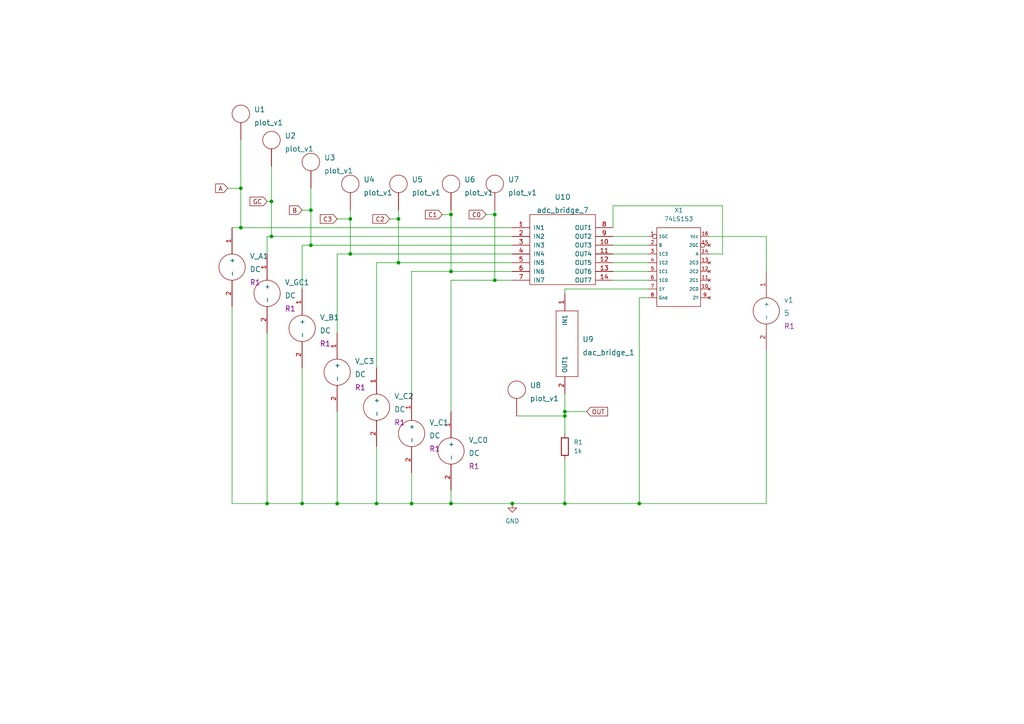
<source format=kicad_sch>
(kicad_sch (version 20211123) (generator eeschema)
  (paper "A4")
  (lib_symbols
    (symbol "DC_1" (pin_names (offset 1.016))
      (property "Reference" "v1" (at 5.08 3.175 0))
      (property "Value" "DC_1" (at 5.08 -0.635 0))
      (property "Footprint" "R1" (at 5.08 -4.445 0))
      (symbol "DC_1_0_1"
        (circle (center 0 0) (radius 3.81))
      )
      (symbol "DC_1_1_1"
        (pin power_out line (at 0 11.43 270) (length 7.62) (name "+") (number "1"))
        (pin power_in line (at 0 -11.43 90) (length 7.62) (name "-") (number "2"))
      )
    )
    (symbol "DC_2" (pin_names (offset 1.016))
      (property "Reference" "V_C0" (at 5.08 3.175 0))
      (property "Value" "DC_2" (at 5.08 -0.635 0))
      (property "Footprint" "R1" (at 5.08 -4.445 0))
      (symbol "DC_2_0_1"
        (circle (center 0 0) (radius 3.81))
      )
      (symbol "DC_2_1_1"
        (pin power_out line (at 0 11.43 270) (length 7.62) (name "+") (number "1"))
        (pin power_in line (at 0 -11.43 90) (length 7.62) (name "-") (number "2"))
      )
    )
    (symbol "DC_3" (pin_names (offset 1.016))
      (property "Reference" "V_C1" (at 5.08 3.175 0))
      (property "Value" "DC_3" (at 5.08 -0.635 0))
      (property "Footprint" "R1" (at 5.08 -4.445 0))
      (symbol "DC_3_0_1"
        (circle (center 0 0) (radius 3.81))
      )
      (symbol "DC_3_1_1"
        (pin power_out line (at 0 11.43 270) (length 7.62) (name "+") (number "1"))
        (pin power_in line (at 0 -11.43 90) (length 7.62) (name "-") (number "2"))
      )
    )
    (symbol "DC_4" (pin_names (offset 1.016))
      (property "Reference" "V_C2" (at 5.08 3.175 0))
      (property "Value" "DC_4" (at 5.08 -0.635 0))
      (property "Footprint" "R1" (at 5.08 -4.445 0))
      (symbol "DC_4_0_1"
        (circle (center 0 0) (radius 3.81))
      )
      (symbol "DC_4_1_1"
        (pin power_out line (at 0 11.43 270) (length 7.62) (name "+") (number "1"))
        (pin power_in line (at 0 -11.43 90) (length 7.62) (name "-") (number "2"))
      )
    )
    (symbol "DC_5" (pin_names (offset 1.016))
      (property "Reference" "V_C3" (at 5.08 3.175 0))
      (property "Value" "DC_5" (at 5.08 -0.635 0))
      (property "Footprint" "R1" (at 5.08 -4.445 0))
      (symbol "DC_5_0_1"
        (circle (center 0 0) (radius 3.81))
      )
      (symbol "DC_5_1_1"
        (pin power_out line (at 0 11.43 270) (length 7.62) (name "+") (number "1"))
        (pin power_in line (at 0 -11.43 90) (length 7.62) (name "-") (number "2"))
      )
    )
    (symbol "DC_6" (pin_names (offset 1.016))
      (property "Reference" "V_B1" (at 5.08 3.175 0))
      (property "Value" "DC_6" (at 5.08 -0.635 0))
      (property "Footprint" "R1" (at 5.08 -4.445 0))
      (symbol "DC_6_0_1"
        (circle (center 0 0) (radius 3.81))
      )
      (symbol "DC_6_1_1"
        (pin power_out line (at 0 11.43 270) (length 7.62) (name "+") (number "1"))
        (pin power_in line (at 0 -11.43 90) (length 7.62) (name "-") (number "2"))
      )
    )
    (symbol "DC_7" (pin_names (offset 1.016))
      (property "Reference" "V_GC1" (at 5.08 3.175 0))
      (property "Value" "DC_7" (at 5.08 -0.635 0))
      (property "Footprint" "R1" (at 5.08 -4.445 0))
      (symbol "DC_7_0_1"
        (circle (center 0 0) (radius 3.81))
      )
      (symbol "DC_7_1_1"
        (pin power_out line (at 0 11.43 270) (length 7.62) (name "+") (number "1"))
        (pin power_in line (at 0 -11.43 90) (length 7.62) (name "-") (number "2"))
      )
    )
    (symbol "eSim_Devices:resistor" (pin_numbers hide) (pin_names (offset 0))
      (property "Reference" "R" (at 1.27 3.302 0))
      (property "Value" "resistor" (at 1.27 -1.27 0))
      (symbol "resistor_0_1"
        (rectangle (start 3.81 0.254) (end -1.27 2.286) (stroke (width 0.254)))
      )
      (symbol "resistor_1_1"
        (pin passive line (at -2.54 1.27 0) (length 1.27) (name "~") (number "1"))
        (pin passive line (at 5.08 1.27 180) (length 1.27) (name "~") (number "2"))
      )
    )
    (symbol "eSim_Hybrid:adc_bridge_7" (pin_names (offset 1.016))
      (property "Reference" "U" (at 0 0 0))
      (property "Value" "adc_bridge_7" (at 0 3.81 0))
      (symbol "adc_bridge_7_0_1"
        (rectangle (start -10.16 5.08) (end 8.89 -15.24))
      )
      (symbol "adc_bridge_7_1_1"
        (pin input line (at -15.24 1.27 0) (length 5.08) (name "IN1") (number "1"))
        (pin output line (at 13.97 -3.81 180) (length 5.08) (name "OUT3") (number "10"))
        (pin output line (at 13.97 -6.35 180) (length 5.08) (name "OUT4") (number "11"))
        (pin output line (at 13.97 -8.89 180) (length 5.08) (name "OUT5") (number "12"))
        (pin output line (at 13.97 -11.43 180) (length 5.08) (name "OUT6") (number "13"))
        (pin output line (at 13.97 -13.97 180) (length 5.08) (name "OUT7") (number "14"))
        (pin input line (at -15.24 -1.27 0) (length 5.08) (name "IN2") (number "2"))
        (pin input line (at -15.24 -3.81 0) (length 5.08) (name "IN3") (number "3"))
        (pin input line (at -15.24 -6.35 0) (length 5.08) (name "IN4") (number "4"))
        (pin input line (at -15.24 -8.89 0) (length 5.08) (name "IN5") (number "5"))
        (pin input line (at -15.24 -11.43 0) (length 5.08) (name "IN6") (number "6"))
        (pin input line (at -15.24 -13.97 0) (length 5.08) (name "IN7") (number "7"))
        (pin output line (at 13.97 1.27 180) (length 5.08) (name "OUT1") (number "8"))
        (pin output line (at 13.97 -1.27 180) (length 5.08) (name "OUT2") (number "9"))
      )
    )
    (symbol "eSim_Hybrid:dac_bridge_1" (pin_names (offset 1.016))
      (property "Reference" "U" (at 0 0 0))
      (property "Value" "dac_bridge_1" (at 0 3.81 0))
      (symbol "dac_bridge_1_0_1"
        (rectangle (start -10.16 5.08) (end 8.89 -1.27))
      )
      (symbol "dac_bridge_1_1_1"
        (pin input line (at -15.24 1.27 0) (length 5.08) (name "IN1") (number "1"))
        (pin output line (at 13.97 1.27 180) (length 5.08) (name "OUT1") (number "2"))
      )
    )
    (symbol "eSim_Plot:plot_v1" (pin_names (offset 1.016))
      (property "Reference" "U" (at 0 12.7 0))
      (property "Value" "plot_v1" (at 5.08 8.89 0))
      (symbol "plot_v1_0_1"
        (circle (center 0 12.7) (radius 2.54))
      )
      (symbol "plot_v1_1_1"
        (pin input line (at 0 5.08 90) (length 5.08) (name "~") (number "~"))
      )
    )
    (symbol "eSim_Power:eSim_GND" (power) (pin_names (offset 0))
      (property "Value" "eSim_GND" (at 0 -3.81 0))
      (symbol "eSim_GND_0_1"
        (polyline (pts (xy 0 0) (xy 0 -1.27) (xy 1.27 -1.27) (xy 0 -2.54) (xy -1.27 -1.27) (xy 0 -1.27)))
      )
      (symbol "eSim_GND_1_1"
        (pin power_in line (at 0 0 270) (length 0) hide (name "GND") (number "1"))
      )
    )
    (symbol "eSim_Sources:DC" (pin_names (offset 1.016))
      (property "Reference" "V_A1" (at 5.08 3.175 0))
      (property "Value" "DC" (at 5.08 -0.635 0))
      (property "Footprint" "R1" (at 5.08 -4.445 0))
      (symbol "DC_0_1"
        (circle (center 0 0) (radius 3.81))
      )
      (symbol "DC_1_1"
        (pin power_out line (at 0 11.43 270) (length 7.62) (name "+") (number "1"))
        (pin power_in line (at 0 -11.43 90) (length 7.62) (name "-") (number "2"))
      )
    )
    (symbol "eSim_Subckt:74LS153"
      (property "Reference" "X?" (at 0 16.51 0))
      (property "Value" "74LS153" (at 0 13.97 0))
      (symbol "74LS153_0_1"
        (rectangle (start -6.35 11.43) (end 6.35 -11.43))
      )
      (symbol "74LS153_1_1"
        (pin input inverted (at -8.89 8.89 0) (length 2.54) (name "1GC") (number "1"))
        (pin no_connect line (at 8.89 -6.35 180) (length 2.54) (name "2C0") (number "10"))
        (pin no_connect line (at 8.89 -3.81 180) (length 2.54) (name "2C1") (number "11"))
        (pin no_connect line (at 8.89 -1.27 180) (length 2.54) (name "2C2") (number "12"))
        (pin no_connect line (at 8.89 1.27 180) (length 2.54) (name "2C3") (number "13"))
        (pin input line (at 8.89 3.81 180) (length 2.54) (name "A") (number "14"))
        (pin no_connect inverted (at 8.89 6.35 180) (length 2.54) (name "2GC") (number "15"))
        (pin power_in line (at 8.89 8.89 180) (length 2.54) (name "Vcc") (number "16"))
        (pin input line (at -8.89 6.35 0) (length 2.54) (name "B") (number "2"))
        (pin input line (at -8.89 3.81 0) (length 2.54) (name "1C3") (number "3"))
        (pin input line (at -8.89 1.27 0) (length 2.54) (name "1C2") (number "4"))
        (pin input line (at -8.89 -1.27 0) (length 2.54) (name "1C1") (number "5"))
        (pin input line (at -8.89 -3.81 0) (length 2.54) (name "1C0") (number "6"))
        (pin output line (at -8.89 -6.35 0) (length 2.54) (name "1Y") (number "7"))
        (pin power_in line (at -8.89 -8.89 0) (length 2.54) (name "Gnd") (number "8"))
        (pin no_connect line (at 8.89 -8.89 180) (length 2.54) (name "2Y") (number "9"))
      )
    )
  )
  (junction (at 69.85 54.61))
  (junction (at 143.51 81.28))
  (junction (at 109.22 146.05))
  (junction (at 163.83 120.65))
  (junction (at 130.81 78.74))
  (junction (at 87.63 146.05))
  (junction (at 119.38 146.05))
  (junction (at 143.51 62.23))
  (junction (at 77.47 146.05))
  (junction (at 101.6 73.66))
  (junction (at 115.57 63.5))
  (junction (at 78.74 68.58))
  (junction (at 148.59 146.05))
  (junction (at 97.79 146.05))
  (junction (at 78.74 58.42))
  (junction (at 101.6 63.5))
  (junction (at 130.81 62.23))
  (junction (at 185.42 146.05))
  (junction (at 163.83 146.05))
  (junction (at 90.17 71.12))
  (junction (at 90.17 60.96))
  (junction (at 163.83 119.38))
  (junction (at 69.85 66.04))
  (junction (at 115.57 76.2))
  (junction (at 130.81 146.05))
  (wire (pts (xy 140.97 62.23) (xy 143.51 62.23)))
  (wire (pts (xy 163.83 85.09) (xy 163.83 83.82)))
  (wire (pts (xy 78.74 58.42) (xy 78.74 68.58)))
  (wire (pts (xy 143.51 60.96) (xy 143.51 62.23)))
  (wire (pts (xy 163.83 120.65) (xy 163.83 125.73)))
  (wire (pts (xy 69.85 40.64) (xy 69.85 54.61)))
  (wire (pts (xy 69.85 66.04) (xy 148.59 66.04)))
  (wire (pts (xy 130.81 78.74) (xy 148.59 78.74)))
  (wire (pts (xy 205.74 73.66) (xy 209.55 73.66)))
  (wire (pts (xy 185.42 146.05) (xy 163.83 146.05)))
  (wire (pts (xy 67.31 66.04) (xy 69.85 66.04)))
  (wire (pts (xy 187.96 86.36) (xy 185.42 86.36)))
  (wire (pts (xy 163.83 119.38) (xy 170.18 119.38)))
  (wire (pts (xy 130.81 62.23) (xy 130.81 78.74)))
  (wire (pts (xy 177.8 68.58) (xy 187.96 68.58)))
  (wire (pts (xy 148.59 73.66) (xy 101.6 73.66)))
  (wire (pts (xy 130.81 142.24) (xy 130.81 146.05)))
  (wire (pts (xy 185.42 86.36) (xy 185.42 146.05)))
  (wire (pts (xy 109.22 146.05) (xy 97.79 146.05)))
  (wire (pts (xy 130.81 81.28) (xy 130.81 119.38)))
  (wire (pts (xy 177.8 81.28) (xy 187.96 81.28)))
  (wire (pts (xy 90.17 60.96) (xy 90.17 71.12)))
  (wire (pts (xy 101.6 63.5) (xy 101.6 73.66)))
  (wire (pts (xy 97.79 73.66) (xy 97.79 96.52)))
  (wire (pts (xy 77.47 146.05) (xy 67.31 146.05)))
  (wire (pts (xy 163.83 120.65) (xy 149.86 120.65)))
  (wire (pts (xy 101.6 60.96) (xy 101.6 63.5)))
  (wire (pts (xy 148.59 81.28) (xy 143.51 81.28)))
  (wire (pts (xy 97.79 63.5) (xy 101.6 63.5)))
  (wire (pts (xy 177.8 59.69) (xy 177.8 66.04)))
  (wire (pts (xy 143.51 62.23) (xy 143.51 81.28)))
  (wire (pts (xy 148.59 146.05) (xy 130.81 146.05)))
  (wire (pts (xy 87.63 71.12) (xy 87.63 83.82)))
  (wire (pts (xy 128.27 62.23) (xy 130.81 62.23)))
  (wire (pts (xy 87.63 106.68) (xy 87.63 146.05)))
  (wire (pts (xy 77.47 96.52) (xy 77.47 146.05)))
  (wire (pts (xy 97.79 119.38) (xy 97.79 146.05)))
  (wire (pts (xy 177.8 73.66) (xy 187.96 73.66)))
  (wire (pts (xy 177.8 76.2) (xy 187.96 76.2)))
  (wire (pts (xy 205.74 68.58) (xy 222.25 68.58)))
  (wire (pts (xy 78.74 48.26) (xy 78.74 58.42)))
  (wire (pts (xy 177.8 71.12) (xy 187.96 71.12)))
  (wire (pts (xy 67.31 146.05) (xy 67.31 88.9)))
  (wire (pts (xy 163.83 146.05) (xy 148.59 146.05)))
  (wire (pts (xy 148.59 68.58) (xy 78.74 68.58)))
  (wire (pts (xy 130.81 146.05) (xy 119.38 146.05)))
  (wire (pts (xy 115.57 63.5) (xy 115.57 76.2)))
  (wire (pts (xy 130.81 60.96) (xy 130.81 62.23)))
  (wire (pts (xy 90.17 54.61) (xy 90.17 60.96)))
  (wire (pts (xy 119.38 137.16) (xy 119.38 146.05)))
  (wire (pts (xy 69.85 54.61) (xy 69.85 66.04)))
  (wire (pts (xy 209.55 73.66) (xy 209.55 59.69)))
  (wire (pts (xy 222.25 78.74) (xy 222.25 68.58)))
  (wire (pts (xy 119.38 146.05) (xy 109.22 146.05)))
  (wire (pts (xy 97.79 146.05) (xy 87.63 146.05)))
  (wire (pts (xy 115.57 76.2) (xy 148.59 76.2)))
  (wire (pts (xy 119.38 78.74) (xy 130.81 78.74)))
  (wire (pts (xy 109.22 76.2) (xy 115.57 76.2)))
  (wire (pts (xy 87.63 146.05) (xy 77.47 146.05)))
  (wire (pts (xy 163.83 114.3) (xy 163.83 119.38)))
  (wire (pts (xy 115.57 60.96) (xy 115.57 63.5)))
  (wire (pts (xy 222.25 146.05) (xy 185.42 146.05)))
  (wire (pts (xy 163.83 133.35) (xy 163.83 146.05)))
  (wire (pts (xy 143.51 81.28) (xy 130.81 81.28)))
  (wire (pts (xy 109.22 76.2) (xy 109.22 106.68)))
  (wire (pts (xy 209.55 59.69) (xy 177.8 59.69)))
  (wire (pts (xy 78.74 68.58) (xy 77.47 68.58)))
  (wire (pts (xy 101.6 73.66) (xy 97.79 73.66)))
  (wire (pts (xy 77.47 68.58) (xy 77.47 73.66)))
  (wire (pts (xy 113.03 63.5) (xy 115.57 63.5)))
  (wire (pts (xy 87.63 60.96) (xy 90.17 60.96)))
  (wire (pts (xy 163.83 83.82) (xy 187.96 83.82)))
  (wire (pts (xy 90.17 71.12) (xy 87.63 71.12)))
  (wire (pts (xy 119.38 78.74) (xy 119.38 114.3)))
  (wire (pts (xy 222.25 101.6) (xy 222.25 146.05)))
  (wire (pts (xy 77.47 58.42) (xy 78.74 58.42)))
  (wire (pts (xy 109.22 129.54) (xy 109.22 146.05)))
  (wire (pts (xy 177.8 78.74) (xy 187.96 78.74)))
  (wire (pts (xy 148.59 71.12) (xy 90.17 71.12)))
  (wire (pts (xy 66.04 54.61) (xy 69.85 54.61)))
  (wire (pts (xy 163.83 119.38) (xy 163.83 120.65)))
  (global_label "C3" (shape input) (at 97.79 63.5 180) (property "Intersheet References" "${INTERSHEET_REFS}" (effects hide)))
  (global_label "OUT" (shape input) (at 170.18 119.38 0) (property "Intersheet References" "${INTERSHEET_REFS}" (effects hide)))
  (global_label "C2" (shape input) (at 113.03 63.5 180) (property "Intersheet References" "${INTERSHEET_REFS}" (effects hide)))
  (global_label "GC" (shape input) (at 77.47 58.42 180) (property "Intersheet References" "${INTERSHEET_REFS}" (effects hide)))
  (global_label "A" (shape input) (at 66.04 54.61 180) (property "Intersheet References" "${INTERSHEET_REFS}" (effects hide)))
  (global_label "B" (shape input) (at 87.63 60.96 180) (property "Intersheet References" "${INTERSHEET_REFS}" (effects hide)))
  (global_label "C1" (shape input) (at 128.27 62.23 180) (property "Intersheet References" "${INTERSHEET_REFS}" (effects hide)))
  (global_label "C0" (shape input) (at 140.97 62.23 180) (property "Intersheet References" "${INTERSHEET_REFS}" (effects hide)))
  (symbol (lib_name "DC_6") (lib_id "eSim_Sources:DC") (at 87.63 95.25 0) (unit 1)
    (property "Reference" "V_B1" (at 92.71 92.075 0) (effects (font (size 1.524 1.524)) (justify left)))
    (property "Value" "DC" (at 92.71 95.885 0) (effects (font (size 1.524 1.524)) (justify left)))
    (property "Footprint" "R1" (at 92.71 99.695 0) (effects (font (size 1.524 1.524)) (justify left)))
  )
  (symbol (lib_id "eSim_Hybrid:adc_bridge_7") (at 163.83 67.31 0) (unit 1)
    (property "Reference" "U10" (at 163.195 57.15 0) (effects (font (size 1.524 1.524))))
    (property "Value" "adc_bridge_7" (at 163.195 60.96 0) (effects (font (size 1.524 1.524))))
  )
  (symbol (lib_id "eSim_Devices:resistor") (at 165.1 130.81 90) (unit 1)
    (property "Reference" "R1" (at 166.37 128.2699 90) (effects (justify right)))
    (property "Value" "1k" (at 166.37 130.8099 90) (effects (justify right)))
  )
  (symbol (lib_id "eSim_Subckt:74LS153") (at 196.85 77.47 0) (unit 1)
    (property "Reference" "X1" (at 196.85 60.96 0))
    (property "Value" "74LS153" (at 196.85 63.5 0))
  )
  (symbol (lib_id "eSim_Sources:DC") (at 67.31 77.47 0) (unit 1)
    (property "Reference" "V_A1" (at 72.39 74.295 0) (effects (font (size 1.524 1.524)) (justify left)))
    (property "Value" "DC" (at 72.39 78.105 0) (effects (font (size 1.524 1.524)) (justify left)))
    (property "Footprint" "R1" (at 72.39 81.915 0) (effects (font (size 1.524 1.524)) (justify left)))
  )
  (symbol (lib_id "eSim_Plot:plot_v1") (at 90.17 59.69 0) (unit 1)
    (property "Reference" "U3" (at 93.98 45.72 0) (effects (font (size 1.524 1.524)) (justify left)))
    (property "Value" "plot_v1" (at 93.98 49.53 0) (effects (font (size 1.524 1.524)) (justify left)))
  )
  (symbol (lib_name "DC_3") (lib_id "eSim_Sources:DC") (at 119.38 125.73 0) (unit 1)
    (property "Reference" "V_C1" (at 124.46 122.555 0) (effects (font (size 1.524 1.524)) (justify left)))
    (property "Value" "DC" (at 124.46 126.365 0) (effects (font (size 1.524 1.524)) (justify left)))
    (property "Footprint" "R1" (at 124.46 130.175 0) (effects (font (size 1.524 1.524)) (justify left)))
  )
  (symbol (lib_name "DC_7") (lib_id "eSim_Sources:DC") (at 77.47 85.09 0) (unit 1)
    (property "Reference" "V_GC1" (at 82.55 81.915 0) (effects (font (size 1.524 1.524)) (justify left)))
    (property "Value" "DC" (at 82.55 85.725 0) (effects (font (size 1.524 1.524)) (justify left)))
    (property "Footprint" "R1" (at 82.55 89.535 0) (effects (font (size 1.524 1.524)) (justify left)))
  )
  (symbol (lib_id "eSim_Plot:plot_v1") (at 143.51 66.04 0) (unit 1)
    (property "Reference" "U7" (at 147.32 52.07 0) (effects (font (size 1.524 1.524)) (justify left)))
    (property "Value" "plot_v1" (at 147.32 55.88 0) (effects (font (size 1.524 1.524)) (justify left)))
  )
  (symbol (lib_name "DC_4") (lib_id "eSim_Sources:DC") (at 109.22 118.11 0) (unit 1)
    (property "Reference" "V_C2" (at 114.3 114.935 0) (effects (font (size 1.524 1.524)) (justify left)))
    (property "Value" "DC" (at 114.3 118.745 0) (effects (font (size 1.524 1.524)) (justify left)))
    (property "Footprint" "R1" (at 114.3 122.555 0) (effects (font (size 1.524 1.524)) (justify left)))
  )
  (symbol (lib_id "eSim_Power:eSim_GND") (at 148.59 146.05 0) (unit 1)
    (property "Reference" "#PWR01" (effects hide))
    (property "Value" "eSim_GND" (at 148.59 151.13 0))
  )
  (symbol (lib_id "eSim_Plot:plot_v1") (at 69.85 45.72 0) (unit 1)
    (property "Reference" "U1" (at 73.66 31.75 0) (effects (font (size 1.524 1.524)) (justify left)))
    (property "Value" "plot_v1" (at 73.66 35.56 0) (effects (font (size 1.524 1.524)) (justify left)))
  )
  (symbol (lib_id "eSim_Plot:plot_v1") (at 149.86 125.73 0) (unit 1)
    (property "Reference" "U8" (at 153.67 111.76 0) (effects (font (size 1.524 1.524)) (justify left)))
    (property "Value" "plot_v1" (at 153.67 115.57 0) (effects (font (size 1.524 1.524)) (justify left)))
  )
  (symbol (lib_id "eSim_Hybrid:dac_bridge_1") (at 162.56 100.33 270) (unit 1)
    (property "Reference" "U9" (at 168.91 98.425 90) (effects (font (size 1.524 1.524)) (justify left)))
    (property "Value" "dac_bridge_1" (at 168.91 102.235 90) (effects (font (size 1.524 1.524)) (justify left)))
  )
  (symbol (lib_id "eSim_Plot:plot_v1") (at 78.74 53.34 0) (unit 1)
    (property "Reference" "U2" (at 82.55 39.37 0) (effects (font (size 1.524 1.524)) (justify left)))
    (property "Value" "plot_v1" (at 82.55 43.18 0) (effects (font (size 1.524 1.524)) (justify left)))
  )
  (symbol (lib_id "eSim_Plot:plot_v1") (at 115.57 66.04 0) (unit 1)
    (property "Reference" "U5" (at 119.38 52.07 0) (effects (font (size 1.524 1.524)) (justify left)))
    (property "Value" "plot_v1" (at 119.38 55.88 0) (effects (font (size 1.524 1.524)) (justify left)))
  )
  (symbol (lib_name "DC_1") (lib_id "eSim_Sources:DC") (at 222.25 90.17 0) (unit 1)
    (property "Reference" "v1" (at 227.33 86.995 0) (effects (font (size 1.524 1.524)) (justify left)))
    (property "Value" "5" (at 227.33 90.805 0) (effects (font (size 1.524 1.524)) (justify left)))
    (property "Footprint" "R1" (at 227.33 94.615 0) (effects (font (size 1.524 1.524)) (justify left)))
  )
  (symbol (lib_id "eSim_Plot:plot_v1") (at 130.81 66.04 0) (unit 1)
    (property "Reference" "U6" (at 134.62 52.07 0) (effects (font (size 1.524 1.524)) (justify left)))
    (property "Value" "plot_v1" (at 134.62 55.88 0) (effects (font (size 1.524 1.524)) (justify left)))
  )
  (symbol (lib_id "eSim_Plot:plot_v1") (at 101.6 66.04 0) (unit 1)
    (property "Reference" "U4" (at 105.41 52.07 0) (effects (font (size 1.524 1.524)) (justify left)))
    (property "Value" "plot_v1" (at 105.41 55.88 0) (effects (font (size 1.524 1.524)) (justify left)))
  )
  (symbol (lib_name "DC_5") (lib_id "eSim_Sources:DC") (at 97.79 107.95 0) (unit 1)
    (property "Reference" "V_C3" (at 102.87 104.775 0) (effects (font (size 1.524 1.524)) (justify left)))
    (property "Value" "DC" (at 102.87 108.585 0) (effects (font (size 1.524 1.524)) (justify left)))
    (property "Footprint" "R1" (at 102.87 112.395 0) (effects (font (size 1.524 1.524)) (justify left)))
  )
  (symbol (lib_name "DC_2") (lib_id "eSim_Sources:DC") (at 130.81 130.81 0) (unit 1)
    (property "Reference" "V_C0" (at 135.89 127.635 0) (effects (font (size 1.524 1.524)) (justify left)))
    (property "Value" "DC" (at 135.89 131.445 0) (effects (font (size 1.524 1.524)) (justify left)))
    (property "Footprint" "R1" (at 135.89 135.255 0) (effects (font (size 1.524 1.524)) (justify left)))
  )
)
</source>
